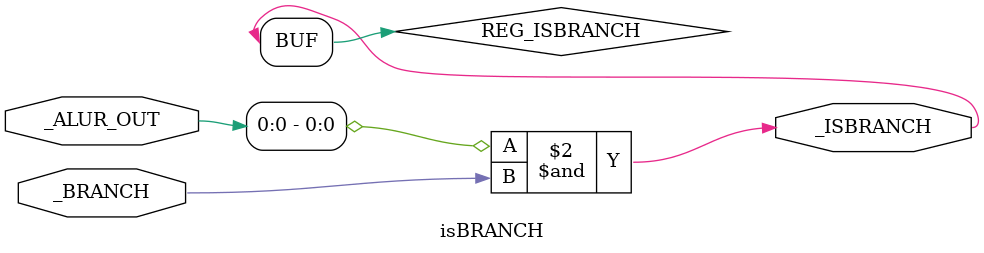
<source format=v>
module isBRANCH (
	
	input wire [31:0] _ALUR_OUT,
	input wire _BRANCH,

	output wire _ISBRANCH

	);

	reg REG_ISBRANCH;
	assign _ISBRANCH = REG_ISBRANCH;

	always@ (*) begin
		REG_ISBRANCH = _ALUR_OUT[0];
		REG_ISBRANCH = REG_ISBRANCH & _BRANCH;
	end

endmodule

</source>
